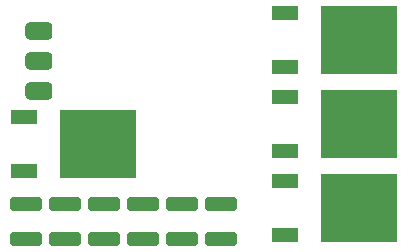
<source format=gbr>
%TF.GenerationSoftware,KiCad,Pcbnew,(6.0.5)*%
%TF.CreationDate,2023-01-29T08:36:09+08:00*%
%TF.ProjectId,Brushless_ESC_STC_V2,42727573-686c-4657-9373-5f4553435f53,rev?*%
%TF.SameCoordinates,Original*%
%TF.FileFunction,Soldermask,Bot*%
%TF.FilePolarity,Negative*%
%FSLAX46Y46*%
G04 Gerber Fmt 4.6, Leading zero omitted, Abs format (unit mm)*
G04 Created by KiCad (PCBNEW (6.0.5)) date 2023-01-29 08:36:09*
%MOMM*%
%LPD*%
G01*
G04 APERTURE LIST*
G04 Aperture macros list*
%AMRoundRect*
0 Rectangle with rounded corners*
0 $1 Rounding radius*
0 $2 $3 $4 $5 $6 $7 $8 $9 X,Y pos of 4 corners*
0 Add a 4 corners polygon primitive as box body*
4,1,4,$2,$3,$4,$5,$6,$7,$8,$9,$2,$3,0*
0 Add four circle primitives for the rounded corners*
1,1,$1+$1,$2,$3*
1,1,$1+$1,$4,$5*
1,1,$1+$1,$6,$7*
1,1,$1+$1,$8,$9*
0 Add four rect primitives between the rounded corners*
20,1,$1+$1,$2,$3,$4,$5,0*
20,1,$1+$1,$4,$5,$6,$7,0*
20,1,$1+$1,$6,$7,$8,$9,0*
20,1,$1+$1,$8,$9,$2,$3,0*%
G04 Aperture macros list end*
%ADD10R,2.200000X1.200000*%
%ADD11R,6.400000X5.800000*%
%ADD12RoundRect,0.250000X1.100000X-0.325000X1.100000X0.325000X-1.100000X0.325000X-1.100000X-0.325000X0*%
%ADD13RoundRect,0.381000X0.762000X0.381000X-0.762000X0.381000X-0.762000X-0.381000X0.762000X-0.381000X0*%
G04 APERTURE END LIST*
D10*
%TO.C,U2*%
X80636000Y-126359000D03*
D11*
X86936000Y-124079000D03*
D10*
X80636000Y-121799000D03*
%TD*%
D12*
%TO.C,C6*%
X90678000Y-132158000D03*
X90678000Y-129208000D03*
%TD*%
%TO.C,C11*%
X80772000Y-132158000D03*
X80772000Y-129208000D03*
%TD*%
D11*
%TO.C,Q5*%
X109034000Y-115316000D03*
D10*
X102734000Y-117596000D03*
X102734000Y-113036000D03*
%TD*%
D12*
%TO.C,C5*%
X93980000Y-132158000D03*
X93980000Y-129208000D03*
%TD*%
%TO.C,C4*%
X97282000Y-132158000D03*
X97282000Y-129208000D03*
%TD*%
D13*
%TO.C,J1*%
X81915000Y-119634000D03*
%TD*%
D11*
%TO.C,Q9*%
X109034000Y-129540000D03*
D10*
X102734000Y-131820000D03*
X102734000Y-127260000D03*
%TD*%
D13*
%TO.C,J2*%
X81915000Y-114554000D03*
%TD*%
%TO.C,J3*%
X81915000Y-117094000D03*
%TD*%
D11*
%TO.C,Q7*%
X109034000Y-122428000D03*
D10*
X102734000Y-124708000D03*
X102734000Y-120148000D03*
%TD*%
D12*
%TO.C,C9*%
X84074000Y-132158000D03*
X84074000Y-129208000D03*
%TD*%
%TO.C,C7*%
X87376000Y-132158000D03*
X87376000Y-129208000D03*
%TD*%
M02*

</source>
